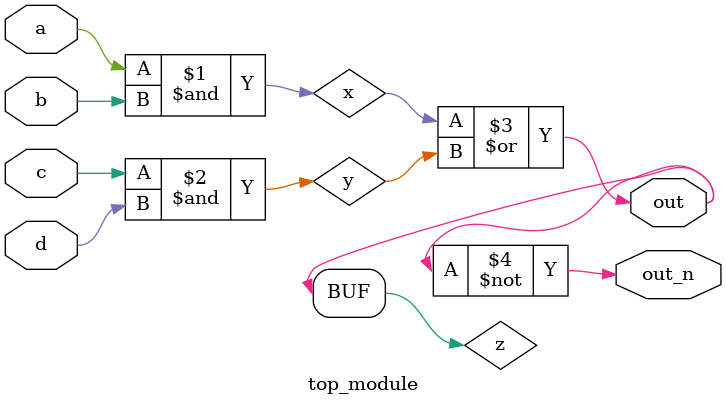
<source format=v>
`default_nettype none
module top_module(
    input a,
    input b,
    input c,
    input d,
    output out,
    output out_n   ); 
	wire x,y,z;
    and(x,a,b);
    and(y,c,d);
    or(z,x,y);
    assign out=z;
    not(out_n,out);
endmodule

</source>
